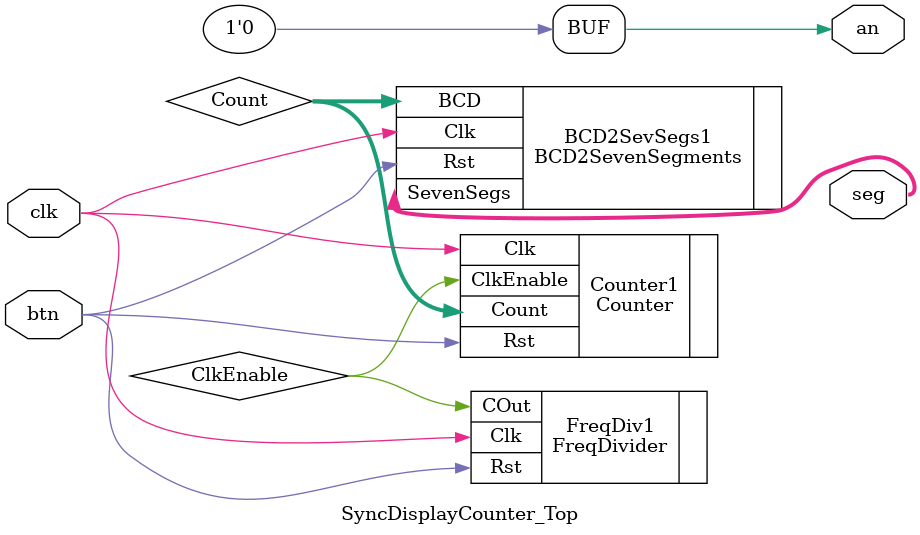
<source format=v>
`timescale 1ns / 1ps
module SyncDisplayCounter_Top
(
  input 	        clk,
  input 	        btn,
  output	[6:0]   seg,
  output         an
);

	// --------------------------------------------------------------------------
	//                      Internal Wire/Reg Signals 
	// --------------------------------------------------------------------------
	wire	[3:0]		Count;
	wire				ClkEnable;
	// --------------------------------------------------------------------------
	//                        Continuous Assignments
	// --------------------------------------------------------------------------
	assign	an		=	1'b0;
	// --------------------------------------------------------------------------
	//                       Sequential Blocks
	// --------------------------------------------------------------------------

	// --------------------------------------------------------------------------
	//                       Always Blocks
	// --------------------------------------------------------------------------        
	
	
	// --------------------------------------------------------------------------
	//                       Modules Instantiation
	// --------------------------------------------------------------------------        
	
	BCD2SevenSegments BCD2SevSegs1 
	(
		 .Clk			(clk), 
		 .Rst			(btn), 
		 .BCD			(Count), 
		 .SevenSegs	(seg)
    );
	 
	FreqDivider FreqDiv1 
	(
    .Clk				(clk), 
    .Rst				(btn), 
    .COut			(ClkEnable)
	);

	Counter Counter1 
	(
    .Clk			(clk), 
    .Rst			(btn), 
	 .ClkEnable	(ClkEnable),
    .Count		(Count)
    );

endmodule

</source>
